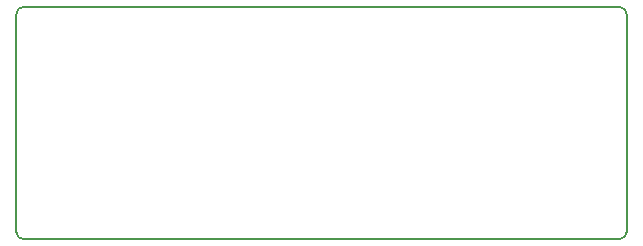
<source format=gbr>
G04 #@! TF.FileFunction,Profile,NP*
%FSLAX46Y46*%
G04 Gerber Fmt 4.6, Leading zero omitted, Abs format (unit mm)*
G04 Created by KiCad (PCBNEW 4.0.7) date 04/07/18 18:45:30*
%MOMM*%
%LPD*%
G01*
G04 APERTURE LIST*
%ADD10C,0.100000*%
%ADD11C,0.150000*%
G04 APERTURE END LIST*
D10*
D11*
X121158000Y-81280000D02*
X171551600Y-81280000D01*
X171627800Y-100965000D02*
X121132600Y-100965000D01*
X172212000Y-81915000D02*
G75*
G03X171577000Y-81280000I-635000J0D01*
G01*
X171577000Y-100965000D02*
G75*
G03X172212000Y-100330000I0J635000D01*
G01*
X120523000Y-100330000D02*
G75*
G03X121158000Y-100965000I635000J0D01*
G01*
X121158000Y-81280000D02*
G75*
G03X120523000Y-81915000I0J-635000D01*
G01*
X120523000Y-100330000D02*
X120523000Y-81915000D01*
X172212000Y-81915000D02*
X172212000Y-100330000D01*
M02*

</source>
